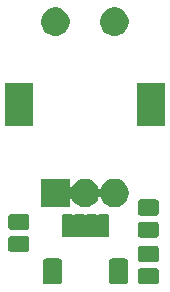
<source format=gbr>
G04 #@! TF.GenerationSoftware,KiCad,Pcbnew,5.0.2-5.fc29*
G04 #@! TF.CreationDate,2019-02-27T20:31:01+01:00*
G04 #@! TF.ProjectId,zynthian_controller_single2_smd_sh,7a796e74-6869-4616-9e5f-636f6e74726f,rev?*
G04 #@! TF.SameCoordinates,Original*
G04 #@! TF.FileFunction,Soldermask,Top*
G04 #@! TF.FilePolarity,Negative*
%FSLAX46Y46*%
G04 Gerber Fmt 4.6, Leading zero omitted, Abs format (unit mm)*
G04 Created by KiCad (PCBNEW 5.0.2-5.fc29) date mié 27 feb 2019 20:31:01 CET*
%MOMM*%
%LPD*%
G01*
G04 APERTURE LIST*
%ADD10C,0.100000*%
G04 APERTURE END LIST*
D10*
G36*
X159854269Y-116731597D02*
X159903009Y-116746382D01*
X159947931Y-116770393D01*
X159987298Y-116802702D01*
X160019607Y-116842069D01*
X160043618Y-116886991D01*
X160058403Y-116935731D01*
X160064000Y-116992557D01*
X160064000Y-118659443D01*
X160058403Y-118716269D01*
X160043618Y-118765009D01*
X160019607Y-118809931D01*
X159987298Y-118849298D01*
X159947931Y-118881607D01*
X159903009Y-118905618D01*
X159854269Y-118920403D01*
X159797443Y-118926000D01*
X158730557Y-118926000D01*
X158673731Y-118920403D01*
X158624991Y-118905618D01*
X158580069Y-118881607D01*
X158540702Y-118849298D01*
X158508393Y-118809931D01*
X158484382Y-118765009D01*
X158469597Y-118716269D01*
X158464000Y-118659443D01*
X158464000Y-116992557D01*
X158469597Y-116935731D01*
X158484382Y-116886991D01*
X158508393Y-116842069D01*
X158540702Y-116802702D01*
X158580069Y-116770393D01*
X158624991Y-116746382D01*
X158673731Y-116731597D01*
X158730557Y-116726000D01*
X159797443Y-116726000D01*
X159854269Y-116731597D01*
X159854269Y-116731597D01*
G37*
G36*
X154254269Y-116731597D02*
X154303009Y-116746382D01*
X154347931Y-116770393D01*
X154387298Y-116802702D01*
X154419607Y-116842069D01*
X154443618Y-116886991D01*
X154458403Y-116935731D01*
X154464000Y-116992557D01*
X154464000Y-118659443D01*
X154458403Y-118716269D01*
X154443618Y-118765009D01*
X154419607Y-118809931D01*
X154387298Y-118849298D01*
X154347931Y-118881607D01*
X154303009Y-118905618D01*
X154254269Y-118920403D01*
X154197443Y-118926000D01*
X153130557Y-118926000D01*
X153073731Y-118920403D01*
X153024991Y-118905618D01*
X152980069Y-118881607D01*
X152940702Y-118849298D01*
X152908393Y-118809931D01*
X152884382Y-118765009D01*
X152869597Y-118716269D01*
X152864000Y-118659443D01*
X152864000Y-116992557D01*
X152869597Y-116935731D01*
X152884382Y-116886991D01*
X152908393Y-116842069D01*
X152940702Y-116802702D01*
X152980069Y-116770393D01*
X153024991Y-116746382D01*
X153073731Y-116731597D01*
X153130557Y-116726000D01*
X154197443Y-116726000D01*
X154254269Y-116731597D01*
X154254269Y-116731597D01*
G37*
G36*
X162471497Y-117540497D02*
X162524153Y-117556470D01*
X162572665Y-117582400D01*
X162615196Y-117617304D01*
X162650100Y-117659835D01*
X162676030Y-117708347D01*
X162692003Y-117761003D01*
X162698000Y-117821890D01*
X162698000Y-118622110D01*
X162692003Y-118682997D01*
X162676030Y-118735653D01*
X162650100Y-118784165D01*
X162615196Y-118826696D01*
X162572665Y-118861600D01*
X162524153Y-118887530D01*
X162471497Y-118903503D01*
X162410610Y-118909500D01*
X161185390Y-118909500D01*
X161124503Y-118903503D01*
X161071847Y-118887530D01*
X161023335Y-118861600D01*
X160980804Y-118826696D01*
X160945900Y-118784165D01*
X160919970Y-118735653D01*
X160903997Y-118682997D01*
X160898000Y-118622110D01*
X160898000Y-117821890D01*
X160903997Y-117761003D01*
X160919970Y-117708347D01*
X160945900Y-117659835D01*
X160980804Y-117617304D01*
X161023335Y-117582400D01*
X161071847Y-117556470D01*
X161124503Y-117540497D01*
X161185390Y-117534500D01*
X162410610Y-117534500D01*
X162471497Y-117540497D01*
X162471497Y-117540497D01*
G37*
G36*
X162471497Y-115665497D02*
X162524153Y-115681470D01*
X162572665Y-115707400D01*
X162615196Y-115742304D01*
X162650100Y-115784835D01*
X162676030Y-115833347D01*
X162692003Y-115886003D01*
X162698000Y-115946890D01*
X162698000Y-116747110D01*
X162692003Y-116807997D01*
X162676030Y-116860653D01*
X162650100Y-116909165D01*
X162615196Y-116951696D01*
X162572665Y-116986600D01*
X162524153Y-117012530D01*
X162471497Y-117028503D01*
X162410610Y-117034500D01*
X161185390Y-117034500D01*
X161124503Y-117028503D01*
X161071847Y-117012530D01*
X161023335Y-116986600D01*
X160980804Y-116951696D01*
X160945900Y-116909165D01*
X160919970Y-116860653D01*
X160903997Y-116807997D01*
X160898000Y-116747110D01*
X160898000Y-115946890D01*
X160903997Y-115886003D01*
X160919970Y-115833347D01*
X160945900Y-115784835D01*
X160980804Y-115742304D01*
X161023335Y-115707400D01*
X161071847Y-115681470D01*
X161124503Y-115665497D01*
X161185390Y-115659500D01*
X162410610Y-115659500D01*
X162471497Y-115665497D01*
X162471497Y-115665497D01*
G37*
G36*
X151485997Y-114809997D02*
X151538653Y-114825970D01*
X151587165Y-114851900D01*
X151629696Y-114886804D01*
X151664600Y-114929335D01*
X151690530Y-114977847D01*
X151706503Y-115030503D01*
X151712500Y-115091390D01*
X151712500Y-115891610D01*
X151706503Y-115952497D01*
X151690530Y-116005153D01*
X151664600Y-116053665D01*
X151629696Y-116096196D01*
X151587165Y-116131100D01*
X151538653Y-116157030D01*
X151485997Y-116173003D01*
X151425110Y-116179000D01*
X150199890Y-116179000D01*
X150139003Y-116173003D01*
X150086347Y-116157030D01*
X150037835Y-116131100D01*
X149995304Y-116096196D01*
X149960400Y-116053665D01*
X149934470Y-116005153D01*
X149918497Y-115952497D01*
X149912500Y-115891610D01*
X149912500Y-115091390D01*
X149918497Y-115030503D01*
X149934470Y-114977847D01*
X149960400Y-114929335D01*
X149995304Y-114886804D01*
X150037835Y-114851900D01*
X150086347Y-114825970D01*
X150139003Y-114809997D01*
X150199890Y-114804000D01*
X151425110Y-114804000D01*
X151485997Y-114809997D01*
X151485997Y-114809997D01*
G37*
G36*
X162471497Y-113603497D02*
X162524153Y-113619470D01*
X162572665Y-113645400D01*
X162615196Y-113680304D01*
X162650100Y-113722835D01*
X162676030Y-113771347D01*
X162692003Y-113824003D01*
X162698000Y-113884890D01*
X162698000Y-114685110D01*
X162692003Y-114745997D01*
X162676030Y-114798653D01*
X162650100Y-114847165D01*
X162615196Y-114889696D01*
X162572665Y-114924600D01*
X162524153Y-114950530D01*
X162471497Y-114966503D01*
X162410610Y-114972500D01*
X161185390Y-114972500D01*
X161124503Y-114966503D01*
X161071847Y-114950530D01*
X161023335Y-114924600D01*
X160980804Y-114889696D01*
X160945900Y-114847165D01*
X160919970Y-114798653D01*
X160903997Y-114745997D01*
X160898000Y-114685110D01*
X160898000Y-113884890D01*
X160903997Y-113824003D01*
X160919970Y-113771347D01*
X160945900Y-113722835D01*
X160980804Y-113680304D01*
X161023335Y-113645400D01*
X161071847Y-113619470D01*
X161124503Y-113603497D01*
X161185390Y-113597500D01*
X162410610Y-113597500D01*
X162471497Y-113603497D01*
X162471497Y-113603497D01*
G37*
G36*
X155312960Y-112980196D02*
X155348023Y-112990832D01*
X155380336Y-113008104D01*
X155384702Y-113011687D01*
X155405077Y-113025301D01*
X155427716Y-113034678D01*
X155451749Y-113039458D01*
X155476254Y-113039458D01*
X155500287Y-113034677D01*
X155522926Y-113025299D01*
X155543298Y-113011687D01*
X155547664Y-113008104D01*
X155579977Y-112990832D01*
X155615040Y-112980196D01*
X155657641Y-112976000D01*
X156270359Y-112976000D01*
X156312960Y-112980196D01*
X156348023Y-112990832D01*
X156380336Y-113008104D01*
X156384702Y-113011687D01*
X156405077Y-113025301D01*
X156427716Y-113034678D01*
X156451749Y-113039458D01*
X156476254Y-113039458D01*
X156500287Y-113034677D01*
X156522926Y-113025299D01*
X156543298Y-113011687D01*
X156547664Y-113008104D01*
X156579977Y-112990832D01*
X156615040Y-112980196D01*
X156657641Y-112976000D01*
X157270359Y-112976000D01*
X157312960Y-112980196D01*
X157348023Y-112990832D01*
X157380336Y-113008104D01*
X157384702Y-113011687D01*
X157405077Y-113025301D01*
X157427716Y-113034678D01*
X157451749Y-113039458D01*
X157476254Y-113039458D01*
X157500287Y-113034677D01*
X157522926Y-113025299D01*
X157543298Y-113011687D01*
X157547664Y-113008104D01*
X157579977Y-112990832D01*
X157615040Y-112980196D01*
X157657641Y-112976000D01*
X158270359Y-112976000D01*
X158312960Y-112980196D01*
X158348023Y-112990832D01*
X158380332Y-113008102D01*
X158408655Y-113031345D01*
X158431898Y-113059668D01*
X158449168Y-113091977D01*
X158459804Y-113127040D01*
X158464000Y-113169641D01*
X158464000Y-114732359D01*
X158459804Y-114774960D01*
X158449168Y-114810023D01*
X158431898Y-114842332D01*
X158408655Y-114870655D01*
X158380332Y-114893898D01*
X158348023Y-114911168D01*
X158312960Y-114921804D01*
X158270359Y-114926000D01*
X157657641Y-114926000D01*
X157615040Y-114921804D01*
X157579977Y-114911168D01*
X157547664Y-114893896D01*
X157543298Y-114890313D01*
X157522923Y-114876699D01*
X157500284Y-114867322D01*
X157476251Y-114862542D01*
X157451746Y-114862542D01*
X157427713Y-114867323D01*
X157405074Y-114876701D01*
X157384702Y-114890313D01*
X157380336Y-114893896D01*
X157348023Y-114911168D01*
X157312960Y-114921804D01*
X157270359Y-114926000D01*
X156657641Y-114926000D01*
X156615040Y-114921804D01*
X156579977Y-114911168D01*
X156547664Y-114893896D01*
X156543298Y-114890313D01*
X156522923Y-114876699D01*
X156500284Y-114867322D01*
X156476251Y-114862542D01*
X156451746Y-114862542D01*
X156427713Y-114867323D01*
X156405074Y-114876701D01*
X156384702Y-114890313D01*
X156380336Y-114893896D01*
X156348023Y-114911168D01*
X156312960Y-114921804D01*
X156270359Y-114926000D01*
X155657641Y-114926000D01*
X155615040Y-114921804D01*
X155579977Y-114911168D01*
X155547664Y-114893896D01*
X155543298Y-114890313D01*
X155522923Y-114876699D01*
X155500284Y-114867322D01*
X155476251Y-114862542D01*
X155451746Y-114862542D01*
X155427713Y-114867323D01*
X155405074Y-114876701D01*
X155384702Y-114890313D01*
X155380336Y-114893896D01*
X155348023Y-114911168D01*
X155312960Y-114921804D01*
X155270359Y-114926000D01*
X154657641Y-114926000D01*
X154615040Y-114921804D01*
X154579977Y-114911168D01*
X154547668Y-114893898D01*
X154519345Y-114870655D01*
X154496102Y-114842332D01*
X154478832Y-114810023D01*
X154468196Y-114774960D01*
X154464000Y-114732359D01*
X154464000Y-113169641D01*
X154468196Y-113127040D01*
X154478832Y-113091977D01*
X154496102Y-113059668D01*
X154519345Y-113031345D01*
X154547668Y-113008102D01*
X154579977Y-112990832D01*
X154615040Y-112980196D01*
X154657641Y-112976000D01*
X155270359Y-112976000D01*
X155312960Y-112980196D01*
X155312960Y-112980196D01*
G37*
G36*
X151485997Y-112934997D02*
X151538653Y-112950970D01*
X151587165Y-112976900D01*
X151629696Y-113011804D01*
X151664600Y-113054335D01*
X151690530Y-113102847D01*
X151706503Y-113155503D01*
X151712500Y-113216390D01*
X151712500Y-114016610D01*
X151706503Y-114077497D01*
X151690530Y-114130153D01*
X151664600Y-114178665D01*
X151629696Y-114221196D01*
X151587165Y-114256100D01*
X151538653Y-114282030D01*
X151485997Y-114298003D01*
X151425110Y-114304000D01*
X150199890Y-114304000D01*
X150139003Y-114298003D01*
X150086347Y-114282030D01*
X150037835Y-114256100D01*
X149995304Y-114221196D01*
X149960400Y-114178665D01*
X149934470Y-114130153D01*
X149918497Y-114077497D01*
X149912500Y-114016610D01*
X149912500Y-113216390D01*
X149918497Y-113155503D01*
X149934470Y-113102847D01*
X149960400Y-113054335D01*
X149995304Y-113011804D01*
X150037835Y-112976900D01*
X150086347Y-112950970D01*
X150139003Y-112934997D01*
X150199890Y-112929000D01*
X151425110Y-112929000D01*
X151485997Y-112934997D01*
X151485997Y-112934997D01*
G37*
G36*
X162471497Y-111728497D02*
X162524153Y-111744470D01*
X162572665Y-111770400D01*
X162615196Y-111805304D01*
X162650100Y-111847835D01*
X162676030Y-111896347D01*
X162692003Y-111949003D01*
X162698000Y-112009890D01*
X162698000Y-112810110D01*
X162692003Y-112870997D01*
X162676030Y-112923653D01*
X162650100Y-112972165D01*
X162615196Y-113014696D01*
X162572665Y-113049600D01*
X162524153Y-113075530D01*
X162471497Y-113091503D01*
X162410610Y-113097500D01*
X161185390Y-113097500D01*
X161124503Y-113091503D01*
X161071847Y-113075530D01*
X161023335Y-113049600D01*
X160980804Y-113014696D01*
X160945900Y-112972165D01*
X160919970Y-112923653D01*
X160903997Y-112870997D01*
X160898000Y-112810110D01*
X160898000Y-112009890D01*
X160903997Y-111949003D01*
X160919970Y-111896347D01*
X160945900Y-111847835D01*
X160980804Y-111805304D01*
X161023335Y-111770400D01*
X161071847Y-111744470D01*
X161124503Y-111728497D01*
X161185390Y-111722500D01*
X162410610Y-111722500D01*
X162471497Y-111728497D01*
X162471497Y-111728497D01*
G37*
G36*
X155124000Y-110550108D02*
X155126402Y-110574494D01*
X155133515Y-110597943D01*
X155145066Y-110619554D01*
X155160612Y-110638496D01*
X155179554Y-110654042D01*
X155201165Y-110665593D01*
X155224614Y-110672706D01*
X155249000Y-110675108D01*
X155273386Y-110672706D01*
X155296835Y-110665593D01*
X155318446Y-110654042D01*
X155337388Y-110638496D01*
X155352934Y-110619554D01*
X155354895Y-110615885D01*
X155491901Y-110410842D01*
X155659042Y-110243701D01*
X155855588Y-110112373D01*
X156073974Y-110021915D01*
X156305809Y-109975800D01*
X156542191Y-109975800D01*
X156774026Y-110021915D01*
X156992412Y-110112373D01*
X157188958Y-110243701D01*
X157356099Y-110410842D01*
X157487427Y-110607388D01*
X157558515Y-110779010D01*
X157570066Y-110800621D01*
X157585612Y-110819563D01*
X157604554Y-110835109D01*
X157626164Y-110846660D01*
X157649614Y-110853773D01*
X157674000Y-110856175D01*
X157698386Y-110853773D01*
X157721835Y-110846660D01*
X157743446Y-110835109D01*
X157762388Y-110819563D01*
X157777934Y-110800621D01*
X157789485Y-110779010D01*
X157860573Y-110607388D01*
X157991901Y-110410842D01*
X158159042Y-110243701D01*
X158355588Y-110112373D01*
X158573974Y-110021915D01*
X158805809Y-109975800D01*
X159042191Y-109975800D01*
X159274026Y-110021915D01*
X159492412Y-110112373D01*
X159688958Y-110243701D01*
X159856099Y-110410842D01*
X159987427Y-110607388D01*
X160077885Y-110825774D01*
X160124000Y-111057609D01*
X160124000Y-111293991D01*
X160077885Y-111525826D01*
X159987427Y-111744212D01*
X159856099Y-111940758D01*
X159688958Y-112107899D01*
X159492412Y-112239227D01*
X159274026Y-112329685D01*
X159042191Y-112375800D01*
X158805809Y-112375800D01*
X158573974Y-112329685D01*
X158355588Y-112239227D01*
X158159042Y-112107899D01*
X157991901Y-111940758D01*
X157860573Y-111744212D01*
X157789485Y-111572590D01*
X157777934Y-111550979D01*
X157762388Y-111532037D01*
X157743446Y-111516491D01*
X157721836Y-111504940D01*
X157698386Y-111497827D01*
X157674000Y-111495425D01*
X157649614Y-111497827D01*
X157626165Y-111504940D01*
X157604554Y-111516491D01*
X157585612Y-111532037D01*
X157570066Y-111550979D01*
X157558515Y-111572590D01*
X157487427Y-111744212D01*
X157356099Y-111940758D01*
X157188958Y-112107899D01*
X156992412Y-112239227D01*
X156774026Y-112329685D01*
X156542191Y-112375800D01*
X156305809Y-112375800D01*
X156073974Y-112329685D01*
X155855588Y-112239227D01*
X155659042Y-112107899D01*
X155491901Y-111940758D01*
X155354890Y-111735707D01*
X155352929Y-111732039D01*
X155337382Y-111713098D01*
X155318439Y-111697554D01*
X155296828Y-111686004D01*
X155273378Y-111678892D01*
X155248992Y-111676492D01*
X155224605Y-111678895D01*
X155201157Y-111686010D01*
X155179547Y-111697563D01*
X155160606Y-111713110D01*
X155145062Y-111732053D01*
X155133512Y-111753664D01*
X155126400Y-111777114D01*
X155124000Y-111801492D01*
X155124000Y-112375800D01*
X152724000Y-112375800D01*
X152724000Y-109975800D01*
X155124000Y-109975800D01*
X155124000Y-110550108D01*
X155124000Y-110550108D01*
G37*
G36*
X163224000Y-105475800D02*
X160824000Y-105475800D01*
X160824000Y-101875800D01*
X163224000Y-101875800D01*
X163224000Y-105475800D01*
X163224000Y-105475800D01*
G37*
G36*
X152024000Y-105475800D02*
X149624000Y-105475800D01*
X149624000Y-101875800D01*
X152024000Y-101875800D01*
X152024000Y-105475800D01*
X152024000Y-105475800D01*
G37*
G36*
X154274026Y-95521915D02*
X154492412Y-95612373D01*
X154688958Y-95743701D01*
X154856099Y-95910842D01*
X154987427Y-96107388D01*
X155077885Y-96325774D01*
X155124000Y-96557609D01*
X155124000Y-96793991D01*
X155077885Y-97025826D01*
X154987427Y-97244212D01*
X154856099Y-97440758D01*
X154688958Y-97607899D01*
X154492412Y-97739227D01*
X154274026Y-97829685D01*
X154042191Y-97875800D01*
X153805809Y-97875800D01*
X153573974Y-97829685D01*
X153355588Y-97739227D01*
X153159042Y-97607899D01*
X152991901Y-97440758D01*
X152860573Y-97244212D01*
X152770115Y-97025826D01*
X152724000Y-96793991D01*
X152724000Y-96557609D01*
X152770115Y-96325774D01*
X152860573Y-96107388D01*
X152991901Y-95910842D01*
X153159042Y-95743701D01*
X153355588Y-95612373D01*
X153573974Y-95521915D01*
X153805809Y-95475800D01*
X154042191Y-95475800D01*
X154274026Y-95521915D01*
X154274026Y-95521915D01*
G37*
G36*
X159274026Y-95521915D02*
X159492412Y-95612373D01*
X159688958Y-95743701D01*
X159856099Y-95910842D01*
X159987427Y-96107388D01*
X160077885Y-96325774D01*
X160124000Y-96557609D01*
X160124000Y-96793991D01*
X160077885Y-97025826D01*
X159987427Y-97244212D01*
X159856099Y-97440758D01*
X159688958Y-97607899D01*
X159492412Y-97739227D01*
X159274026Y-97829685D01*
X159042191Y-97875800D01*
X158805809Y-97875800D01*
X158573974Y-97829685D01*
X158355588Y-97739227D01*
X158159042Y-97607899D01*
X157991901Y-97440758D01*
X157860573Y-97244212D01*
X157770115Y-97025826D01*
X157724000Y-96793991D01*
X157724000Y-96557609D01*
X157770115Y-96325774D01*
X157860573Y-96107388D01*
X157991901Y-95910842D01*
X158159042Y-95743701D01*
X158355588Y-95612373D01*
X158573974Y-95521915D01*
X158805809Y-95475800D01*
X159042191Y-95475800D01*
X159274026Y-95521915D01*
X159274026Y-95521915D01*
G37*
M02*

</source>
